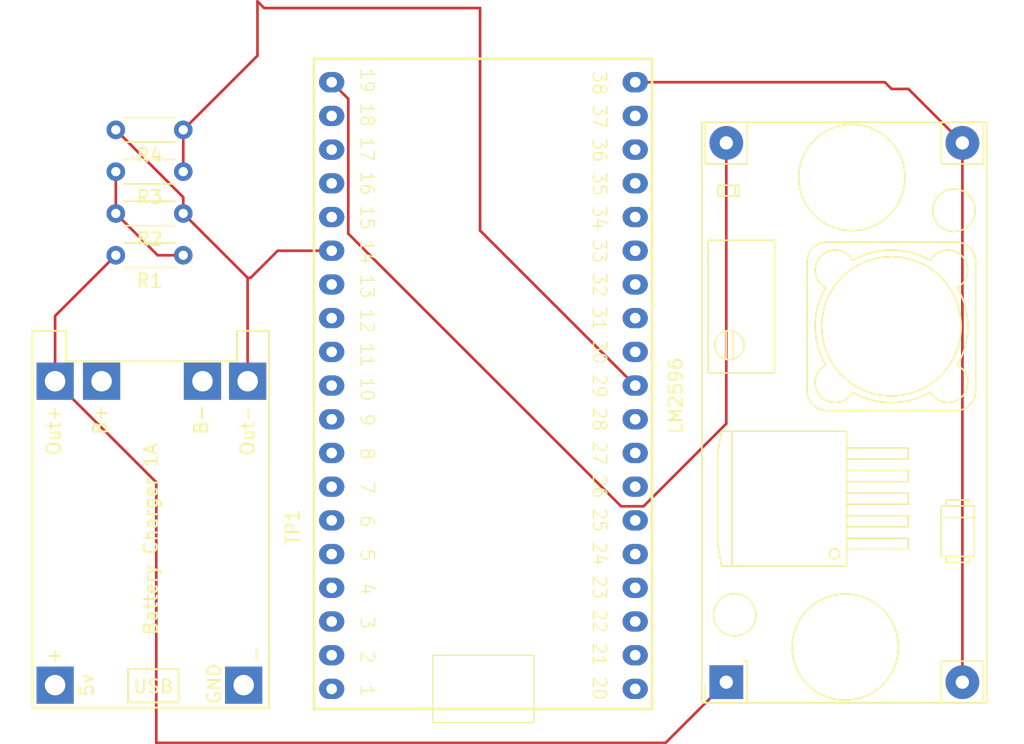
<source format=kicad_pcb>
(kicad_pcb (version 20241229) (generator "pcbnew") (generator_version "9.0")
  (layers (0 "F.Cu" signal) (2 "B.Cu" signal) (13 "F.Paste" user) (15 "B.Paste" user) (5 "F.SilkS" user "F.Silkscreen") (7 "B.SilkS" user "B.Silkscreen") (1 "F.Mask" user) (3 "B.Mask" user) (25 "Edge.Cuts" user))
  (net 0 "")
  (net 1 "Net-(LM2596-GND-Pad2)")
  (net 2 "Net-(LM2596-Vin)")
  (net 3 "Net-(R1-Pad1)")
  (net 4 "Net-(U1-GPIO5)")
  (net 5 "Net-(BT1--)")
  (net 8 "Net-(BT1-+)")
  (net 42 "Net-(LM2596-Vout)")
  (footprint "TP4056-18650-master:TP4056-18650" (layer "F.Cu") (at 162.3835 107.5845 90)
    (property "Reference" "TP1" (at 13.6 19.6 90) (layer "F.SilkS"))
    (property "Value" "~")
    (fp_line (start 28.4 0) (end 28.4 2.5) (stroke (width 0.15)) (layer "F.SilkS"))
    (fp_line (start 26.3 0) (end 28.4 0) (stroke (width 0.15)) (layer "F.SilkS"))
    (fp_line (start 0 0) (end 26.3 0) (stroke (width 0.15)) (layer "F.SilkS"))
    (fp_line (start 28.4 2.5) (end 26.1 2.5) (stroke (width 0.15)) (layer "F.SilkS"))
    (fp_line (start 26.1 2.5) (end 26.1 15.4) (stroke (width 0.15)) (layer "F.SilkS"))
    (fp_line (start 2.9 7.2) (end 2.9 11) (stroke (width 0.15)) (layer "F.SilkS"))
    (fp_line (start 0.4 7.2) (end 2.9 7.2) (stroke (width 0.15)) (layer "F.SilkS"))
    (fp_line (start 2.9 11) (end 0.4 11) (stroke (width 0.15)) (layer "F.SilkS"))
    (fp_line (start 0.4 11) (end 0.4 7.3) (stroke (width 0.15)) (layer "F.SilkS"))
    (fp_line (start 28.4 15.4) (end 28.4 15.7) (stroke (width 0.15)) (layer "F.SilkS"))
    (fp_line (start 26.3 15.4) (end 28.4 15.4) (stroke (width 0.15)) (layer "F.SilkS"))
    (fp_line (start 26.1 15.4) (end 26.4 15.4) (stroke (width 0.15)) (layer "F.SilkS"))
    (fp_line (start 28.4 15.7) (end 28.4 17.8) (stroke (width 0.15)) (layer "F.SilkS"))
    (fp_line (start 28.4 17.8) (end 0 17.8) (stroke (width 0.15)) (layer "F.SilkS"))
    (fp_line (start 0 17.8) (end 0 0) (stroke (width 0.15)) (layer "F.SilkS"))
    (fp_text user "B-" (at 21.7 12.7 90) (layer "F.SilkS"))
    (fp_text user "5v" (at 1.7 4.1 90) (layer "F.SilkS"))
    (fp_text user "Battery Charger 1A" (at 12.7 8.9 90) (layer "F.SilkS"))
    (fp_text user "GND" (at 1.8 13.7 90) (layer "F.SilkS"))
    (fp_text user "+" (at 3.9 1.6 90) (layer "F.SilkS"))
    (fp_text user "Out+" (at 20.9 1.6 90) (layer "F.SilkS"))
    (fp_text user "-" (at 4 16.8 90) (layer "F.SilkS"))
    (fp_text user "USB" (at 1.6 9.1 0) (layer "F.SilkS"))
    (fp_text user "B+" (at 21.7 5.1 90) (layer "F.SilkS"))
    (fp_text user "Out-" (at 20.9 16.2 90) (layer "F.SilkS"))
    (pad "1" thru_hole rect (at 1.7 1.7 90) (size 2.8 2.8) (drill 1.54) (layers "*.Cu" "*.Mask"))
    (pad "2" thru_hole rect (at 1.7 15.9 90) (size 2.8 2.8) (drill 1.54) (layers "*.Cu" "*.Mask"))
    (pad "3" thru_hole rect (at 24.6 1.7 90) (size 2.8 2.8) (drill 1.54) (layers "*.Cu" "*.Mask") (net 2 "Net-(LM2596-Vin)"))
    (pad "4" thru_hole rect (at 24.6 16.2 90) (size 2.8 2.8) (drill 1.54) (layers "*.Cu" "*.Mask") (net 1 "Net-(LM2596-GND-Pad2)"))
    (pad "5" thru_hole rect (at 24.6 5.2 90) (size 2.8 2.8) (drill 1.54) (layers "*.Cu" "*.Mask") (net 8 "Net-(BT1-+)"))
    (pad "6" thru_hole rect (at 24.6 12.8 90) (size 2.8 2.8) (drill 1.54) (layers "*.Cu" "*.Mask") (net 5 "Net-(BT1--)"))
  )
  (footprint "Resistor_THT:R_Axial_DIN0204_L3.6mm_D1.6mm_P5.08mm_Horizontal" (layer "F.Cu") (at 173.736 64.042 180)
    (property "Reference" "R4" (at 2.54 -1.92 0) (layer "F.SilkS"))
    (property "Value" "4K")
    (fp_line (start 0.62 0.92) (end 4.46 0.92) (stroke (width 0.12)) (layer "F.SilkS"))
    (fp_line (start 0.62 -0.92) (end 4.46 -0.92) (stroke (width 0.12)) (layer "F.SilkS"))
    (pad "1" thru_hole circle (at 0 0 180) (size 1.4 1.4) (drill 0.7) (layers "*.Cu" "*.Mask") (net 4 "Net-(U1-GPIO5)"))
    (pad "2" thru_hole oval (at 5.08 0 180) (size 1.4 1.4) (drill 0.7) (layers "*.Cu" "*.Mask") (net 1 "Net-(LM2596-GND-Pad2)"))
  )
  (footprint "Resistor_THT:R_Axial_DIN0204_L3.6mm_D1.6mm_P5.08mm_Horizontal" (layer "F.Cu") (at 173.736 67.192 180)
    (property "Reference" "R3" (at 2.54 -1.92 0) (layer "F.SilkS"))
    (property "Value" "10K")
    (fp_line (start 0.62 0.92) (end 4.46 0.92) (stroke (width 0.12)) (layer "F.SilkS"))
    (fp_line (start 0.62 -0.92) (end 4.46 -0.92) (stroke (width 0.12)) (layer "F.SilkS"))
    (pad "1" thru_hole circle (at 0 0 180) (size 1.4 1.4) (drill 0.7) (layers "*.Cu" "*.Mask") (net 4 "Net-(U1-GPIO5)"))
    (pad "2" thru_hole oval (at 5.08 0 180) (size 1.4 1.4) (drill 0.7) (layers "*.Cu" "*.Mask") (net 3 "Net-(R1-Pad1)"))
  )
  (footprint "Resistor_THT:R_Axial_DIN0204_L3.6mm_D1.6mm_P5.08mm_Horizontal" (layer "F.Cu") (at 173.736 70.342 180)
    (property "Reference" "R2" (at 2.54 -1.92 0) (layer "F.SilkS"))
    (property "Value" "1K")
    (fp_line (start 0.62 0.92) (end 4.46 0.92) (stroke (width 0.12)) (layer "F.SilkS"))
    (fp_line (start 0.62 -0.92) (end 4.46 -0.92) (stroke (width 0.12)) (layer "F.SilkS"))
    (pad "1" thru_hole circle (at 0 0 180) (size 1.4 1.4) (drill 0.7) (layers "*.Cu" "*.Mask") (net 1 "Net-(LM2596-GND-Pad2)"))
    (pad "2" thru_hole oval (at 5.08 0 180) (size 1.4 1.4) (drill 0.7) (layers "*.Cu" "*.Mask") (net 3 "Net-(R1-Pad1)"))
  )
  (footprint "Resistor_THT:R_Axial_DIN0204_L3.6mm_D1.6mm_P5.08mm_Horizontal" (layer "F.Cu") (at 173.736 73.492 180)
    (property "Reference" "R1" (at 2.54 -1.92 0) (layer "F.SilkS"))
    (property "Value" "1K")
    (fp_line (start 0.62 0.92) (end 4.46 0.92) (stroke (width 0.12)) (layer "F.SilkS"))
    (fp_line (start 0.62 -0.92) (end 4.46 -0.92) (stroke (width 0.12)) (layer "F.SilkS"))
    (pad "1" thru_hole circle (at 0 0 180) (size 1.4 1.4) (drill 0.7) (layers "*.Cu" "*.Mask") (net 3 "Net-(R1-Pad1)"))
    (pad "2" thru_hole oval (at 5.08 0 180) (size 1.4 1.4) (drill 0.7) (layers "*.Cu" "*.Mask") (net 2 "Net-(LM2596-Vin)"))
  )
  (footprint "KiCad:YAAJ_DCDC_StepDown_LM2596" (layer "F.Cu") (at 214.63 105.664 90)
    (property "Reference" "LM2596" (at 21.59 -3.81 90) (layer "F.SilkS"))
    (property "Value" "LM2596")
    (fp_line (start 42.195 -1.835) (end -1.555 -1.835) (stroke (width 0.12)) (layer "F.SilkS"))
    (fp_line (start -1.555 -1.835) (end -1.555 19.615) (stroke (width 0.12)) (layer "F.SilkS"))
    (fp_line (start 39.06 -1.58) (end 42.175 -1.58) (stroke (width 0.12)) (layer "F.SilkS"))
    (fp_line (start -1.55 -1.58) (end -0.25 -1.58) (stroke (width 0.12)) (layer "F.SilkS"))
    (fp_line (start 31.942312 -1.368705) (end 31.908357 -1.368705) (stroke (width 0.12)) (layer "F.SilkS"))
    (fp_line (start 31.858978 -1.368705) (end 31.814106 -1.368705) (stroke (width 0.12)) (layer "F.SilkS"))
    (fp_line (start 23.349783 -1.367705) (end 33.249783 -1.367705) (stroke (width 0.12)) (layer "F.SilkS"))
    (fp_line (start 33.299783 -1.317705) (end 33.299783 3.582294) (stroke (width 0.12)) (layer "F.SilkS"))
    (fp_line (start 17.260233 -0.653329) (end 18.910233 -0.36239) (stroke (width 0.12)) (layer "F.SilkS"))
    (fp_line (start 10.400233 -0.653329) (end 17.260233 -0.653329) (stroke (width 0.12)) (layer "F.SilkS"))
    (fp_line (start 37.448681 -0.619704) (end 36.648681 -0.619704) (stroke (width 0.12)) (layer "F.SilkS"))
    (fp_line (start 37.448681 -0.619704) (end 37.448681 0.980295) (stroke (width 0.12)) (layer "F.SilkS"))
    (fp_line (start 8.750233 -0.36239) (end 10.400233 -0.653329) (stroke (width 0.12)) (layer "F.SilkS"))
    (fp_line (start 36.648681 -0.299704) (end 37.448681 -0.299704) (stroke (width 0.12)) (layer "F.SilkS"))
    (fp_line (start 24.336385 -0.0491) (end 24.360553 -0.017705) (stroke (width 0.12)) (layer "F.SilkS"))
    (fp_line (start 26.439014 -0.017705) (end 24.360553 -0.017705) (stroke (width 0.12)) (layer "F.SilkS"))
    (fp_line (start 24.348594 0.007294) (end 24.355764 -0.023925) (stroke (width 0.12)) (layer "F.SilkS"))
    (fp_line (start 24.348594 0.007294) (end 24.360553 -0.017705) (stroke (width 0.12)) (layer "F.SilkS"))
    (fp_line (start 24.348594 0.007294) (end 24.324147 0.002062) (stroke (width 0.12)) (layer "F.SilkS"))
    (fp_line (start 18.910233 0.42667) (end 8.750233 0.42667) (stroke (width 0.12)) (layer "F.SilkS"))
    (fp_line (start 24.360553 0.482294) (end 26.439014 0.482294) (stroke (width 0.12)) (layer "F.SilkS"))
    (fp_line (start 37.448681 0.660295) (end 36.648681 0.660295) (stroke (width 0.12)) (layer "F.SilkS"))
    (fp_line (start 37.448681 0.980295) (end 36.648681 0.980295) (stroke (width 0.12)) (layer "F.SilkS"))
    (fp_line (start 36.648681 0.980295) (end 36.648681 -0.619704) (stroke (width 0.12)) (layer "F.SilkS"))
    (fp_line (start 8.749233 1.004149) (end 8.749233 1.165687) (stroke (width 0.12)) (layer "F.SilkS"))
    (fp_line (start 1.58 1.27) (end 1.58 1.58) (stroke (width 0.12)) (layer "F.SilkS"))
    (fp_line (start -1.55 1.575) (end 1.58 1.58) (stroke (width 0.12)) (layer "F.SilkS"))
    (fp_line (start 39.06 1.58) (end 39.06 -1.58) (stroke (width 0.12)) (layer "F.SilkS"))
    (fp_line (start 39.06 1.58) (end 42.22 1.58) (stroke (width 0.12)) (layer "F.SilkS"))
    (fp_line (start 23.299783 3.582294) (end 23.299783 -1.317705) (stroke (width 0.12)) (layer "F.SilkS"))
    (fp_line (start 33.249783 3.632294) (end 23.349783 3.632294) (stroke (width 0.12)) (layer "F.SilkS"))
    (fp_line (start 31.667397 6.085796) (end 21.967397 6.085796) (stroke (width 0.12)) (layer "F.SilkS"))
    (fp_line (start 20.467397 7.585796) (end 20.467397 17.285796) (stroke (width 0.12)) (layer "F.SilkS"))
    (fp_line (start 18.910233 8.989106) (end 18.910233 -0.36239) (stroke (width 0.12)) (layer "F.SilkS"))
    (fp_line (start 8.750233 8.989106) (end 8.750233 -0.36239) (stroke (width 0.12)) (layer "F.SilkS"))
    (fp_line (start 8.750233 8.989106) (end 8.827797 9.06667) (stroke (width 0.12)) (layer "F.SilkS"))
    (fp_line (start 18.83267 9.06667) (end 18.910233 8.989106) (stroke (width 0.12)) (layer "F.SilkS"))
    (fp_line (start 8.827797 9.06667) (end 18.83267 9.06667) (stroke (width 0.12)) (layer "F.SilkS"))
    (fp_line (start 17.650233 13.69667) (end 17.650233 9.06667) (stroke (width 0.12)) (layer "F.SilkS"))
    (fp_line (start 16.810233 13.69667) (end 16.810233 9.06667) (stroke (width 0.12)) (layer "F.SilkS"))
    (fp_line (start 16.810233 13.69667) (end 17.650233 13.69667) (stroke (width 0.12)) (layer "F.SilkS"))
    (fp_line (start 15.950233 13.69667) (end 15.950233 9.06667) (stroke (width 0.12)) (layer "F.SilkS"))
    (fp_line (start 15.110233 13.69667) (end 15.110233 9.06667) (stroke (width 0.12)) (layer "F.SilkS"))
    (fp_line (start 15.110233 13.69667) (end 15.950233 13.69667) (stroke (width 0.12)) (layer "F.SilkS"))
    (fp_line (start 14.250233 13.69667) (end 14.250233 9.06667) (stroke (width 0.12)) (layer "F.SilkS"))
    (fp_line (start 13.410233 13.69667) (end 13.410233 9.06667) (stroke (width 0.12)) (layer "F.SilkS"))
    (fp_line (start 13.410233 13.69667) (end 14.250233 13.69667) (stroke (width 0.12)) (layer "F.SilkS"))
    (fp_line (start 12.550233 13.69667) (end 12.550233 9.06667) (stroke (width 0.12)) (layer "F.SilkS"))
    (fp_line (start 11.710233 13.69667) (end 11.710233 9.06667) (stroke (width 0.12)) (layer "F.SilkS"))
    (fp_line (start 11.710233 13.69667) (end 12.550233 13.69667) (stroke (width 0.12)) (layer "F.SilkS"))
    (fp_line (start 10.850233 13.69667) (end 10.850233 9.06667) (stroke (width 0.12)) (layer "F.SilkS"))
    (fp_line (start 10.010233 13.69667) (end 10.010233 9.06667) (stroke (width 0.12)) (layer "F.SilkS"))
    (fp_line (start 10.010233 13.69667) (end 10.850233 13.69667) (stroke (width 0.12)) (layer "F.SilkS"))
    (fp_line (start 9.581636 16.183217) (end 13.181636 16.183217) (stroke (width 0.12)) (layer "F.SilkS"))
    (fp_line (start 39.06 16.2) (end 42.175 16.2) (stroke (width 0.12)) (layer "F.SilkS"))
    (fp_line (start 1.58 16.2) (end 1.58 19.36) (stroke (width 0.12)) (layer "F.SilkS"))
    (fp_line (start -1.55 16.2) (end 1.58 16.2) (stroke (width 0.12)) (layer "F.SilkS"))
    (fp_line (start 13.281636 16.283217) (end 13.281636 18.583217) (stroke (width 0.12)) (layer "F.SilkS"))
    (fp_line (start 12.411358 16.283217) (end 12.411358 18.583217) (stroke (width 0.12)) (layer "F.SilkS"))
    (fp_line (start 13.731636 16.558217) (end 13.731636 18.308217) (stroke (width 0.12)) (layer "F.SilkS"))
    (fp_line (start 13.281636 16.558217) (end 13.731636 16.558217) (stroke (width 0.12)) (layer "F.SilkS"))
    (fp_line (start 9.031636 16.558217) (end 9.481636 16.558217) (stroke (width 0.12)) (layer "F.SilkS"))
    (fp_line (start 13.282636 16.794696) (end 13.282636 16.700144) (stroke (width 0.12)) (layer "F.SilkS"))
    (fp_line (start 33.167397 17.285796) (end 33.167397 7.585796) (stroke (width 0.12)) (layer "F.SilkS"))
    (fp_line (start 13.731636 18.308217) (end 13.281636 18.308217) (stroke (width 0.12)) (layer "F.SilkS"))
    (fp_line (start 9.481636 18.308217) (end 9.031636 18.308217) (stroke (width 0.12)) (layer "F.SilkS"))
    (fp_line (start 9.031636 18.308217) (end 9.031636 16.558217) (stroke (width 0.12)) (layer "F.SilkS"))
    (fp_line (start 9.481636 18.583217) (end 9.481636 16.283217) (stroke (width 0.12)) (layer "F.SilkS"))
    (fp_line (start 13.181636 18.683217) (end 9.581636 18.683217) (stroke (width 0.12)) (layer "F.SilkS"))
    (fp_line (start 21.967397 18.785796) (end 31.667397 18.785796) (stroke (width 0.12)) (layer "F.SilkS"))
    (fp_line (start 39.06 19.36) (end 39.06 16.2) (stroke (width 0.12)) (layer "F.SilkS"))
    (fp_line (start 39.06 19.36) (end 42.175 19.36) (stroke (width 0.12)) (layer "F.SilkS"))
    (fp_line (start -1.55 19.36) (end 1.58 19.36) (stroke (width 0.12)) (layer "F.SilkS"))
    (fp_line (start 42.195 19.615) (end 42.195 -1.835) (stroke (width 0.12)) (layer "F.SilkS"))
    (fp_line (start -1.555 19.615) (end 42.195 19.615) (stroke (width 0.12)) (layer "F.SilkS"))
    (fp_arc (start 33.249783 -1.367705) (mid 33.285138 -1.35306) (end 33.299783 -1.317705) (stroke (width 0.12)) (layer "F.SilkS"))
    (fp_arc (start 23.299783 -1.317705) (mid 23.314428 -1.35306) (end 23.349783 -1.367705) (stroke (width 0.12)) (layer "F.SilkS"))
    (fp_arc (start 24.324148 0.462527) (mid 26.469605 -0.023594) (end 24.336385 0.51369) (stroke (width 0.12)) (layer "F.SilkS"))
    (fp_arc (start 33.299783 3.582294) (mid 33.285138 3.617649) (end 33.249783 3.632294) (stroke (width 0.12)) (layer "F.SilkS"))
    (fp_arc (start 23.349783 3.632294) (mid 23.314428 3.617649) (end 23.299783 3.582294) (stroke (width 0.12)) (layer "F.SilkS"))
    (fp_arc (start 31.667397 6.085796) (mid 32.728057 6.525136) (end 33.167397 7.585796) (stroke (width 0.12)) (layer "F.SilkS"))
    (fp_arc (start 29.787183 7.399531) (mid 29.726949 7.443544) (end 29.653011 7.433617) (stroke (width 0.12)) (layer "F.SilkS"))
    (fp_arc (start 29.787183 7.399531) (mid 32.120699 7.132496) (end 31.853662 9.466011) (stroke (width 0.12)) (layer "F.SilkS"))
    (fp_arc (start 23.981784 7.433617) (mid 26.817397 6.685796) (end 29.653011 7.433617) (stroke (width 0.12)) (layer "F.SilkS"))
    (fp_arc (start 23.981783 7.433617) (mid 23.907845 7.443544) (end 23.847611 7.399531) (stroke (width 0.12)) (layer "F.SilkS"))
    (fp_arc (start 20.467397 7.585796) (mid 20.906737 6.525136) (end 21.967397 6.085796) (stroke (width 0.12)) (layer "F.SilkS"))
    (fp_arc (start 21.781131 9.46601) (mid 21.825145 9.526245) (end 21.815218 9.600183) (stroke (width 0.12)) (layer "F.SilkS"))
    (fp_arc (start 21.781132 9.466011) (mid 21.514096 7.132496) (end 23.847611 7.399531) (stroke (width 0.12)) (layer "F.SilkS"))
    (fp_arc (start 31.819576 9.600183) (mid 32.567397 12.435796) (end 31.819576 15.27141) (stroke (width 0.12)) (layer "F.SilkS"))
    (fp_arc (start 31.819577 9.600184) (mid 31.809649 9.526246) (end 31.853662 9.466011) (stroke (width 0.12)) (layer "F.SilkS"))
    (fp_arc (start 21.815217 15.271409) (mid 21.825145 15.345347) (end 21.781132 15.405582) (stroke (width 0.12)) (layer "F.SilkS"))
    (fp_arc (start 21.815218 15.27141) (mid 21.067397 12.435796) (end 21.815218 9.600183) (stroke (width 0.12)) (layer "F.SilkS"))
    (fp_arc (start 31.853662 15.405582) (mid 32.120698 17.739097) (end 29.787183 17.472062) (stroke (width 0.12)) (layer "F.SilkS"))
    (fp_arc (start 31.853663 15.405583) (mid 31.809649 15.345348) (end 31.819576 15.27141) (stroke (width 0.12)) (layer "F.SilkS"))
    (fp_arc (start 13.181636 16.183217) (mid 13.252347 16.212506) (end 13.281636 16.283217) (stroke (width 0.12)) (layer "F.SilkS"))
    (fp_arc (start 9.481636 16.283217) (mid 9.510925 16.212506) (end 9.581636 16.183217) (stroke (width 0.12)) (layer "F.SilkS"))
    (fp_arc (start 33.167397 17.285796) (mid 32.728057 18.346456) (end 31.667397 18.785796) (stroke (width 0.12)) (layer "F.SilkS"))
    (fp_arc (start 29.653011 17.437976) (mid 26.817397 18.185797) (end 23.981783 17.437976) (stroke (width 0.12)) (layer "F.SilkS"))
    (fp_arc (start 29.653011 17.437976) (mid 29.726949 17.428049) (end 29.787183 17.472062) (stroke (width 0.12)) (layer "F.SilkS"))
    (fp_arc (start 23.847611 17.472062) (mid 21.514095 17.739097) (end 21.781132 15.405582) (stroke (width 0.12)) (layer "F.SilkS"))
    (fp_arc (start 23.847611 17.472062) (mid 23.907845 17.428049) (end 23.981783 17.437976) (stroke (width 0.12)) (layer "F.SilkS"))
    (fp_arc (start 13.281636 18.583217) (mid 13.252347 18.653928) (end 13.181636 18.683217) (stroke (width 0.12)) (layer "F.SilkS"))
    (fp_arc (start 9.581636 18.683217) (mid 9.510925 18.653928) (end 9.481636 18.583217) (stroke (width 0.12)) (layer "F.SilkS"))
    (fp_arc (start 21.967397 18.785796) (mid 20.906737 18.346456) (end 20.467397 17.285796) (stroke (width 0.12)) (layer "F.SilkS"))
    (fp_circle (center 5.08 0.635) (end 6.678999 0.635) (stroke (width 0.12)) (fill no) (layer "F.SilkS"))
    (fp_circle (center 9.673179 8.154594) (end 10.048179 8.154594) (stroke (width 0.12)) (fill no) (layer "F.SilkS"))
    (fp_circle (center 2.646666 8.957418) (end 6.646666 8.957418) (stroke (width 0.12)) (fill no) (layer "F.SilkS"))
    (fp_circle (center 38.029307 9.455206) (end 42.029307 9.455206) (stroke (width 0.12)) (fill no) (layer "F.SilkS"))
    (fp_circle (center 26.817397 12.435796) (end 32.067397 12.435796) (stroke (width 0.12)) (fill no) (layer "F.SilkS"))
    (fp_circle (center 35.56 17.145) (end 37.159 17.145) (stroke (width 0.12)) (fill no) (layer "F.SilkS"))
    (pad "1" thru_hole rect (at 0 0 90) (size 2.54 2.54) (drill 1) (layers "*.Cu" "*.Mask") (net 2 "Net-(LM2596-Vin)"))
    (pad "2" thru_hole circle (at 0 17.78 90) (size 2.54 2.54) (drill 1) (layers "*.Cu" "*.Mask") (net 1 "Net-(LM2596-GND-Pad2)"))
    (pad "3" thru_hole circle (at 40.64 17.78 90) (size 2.54 2.54) (drill 1) (layers "*.Cu" "*.Mask") (net 1 "Net-(LM2596-GND-Pad2)"))
    (pad "4" thru_hole circle (at 40.64 0 90) (size 2.54 2.54) (drill 1) (layers "*.Cu" "*.Mask") (net 42 "Net-(LM2596-Vout)"))
  )
  (footprint "ESP32_Footprints:ESP32_38pin" (layer "F.Cu") (at 196.342 83.312 -90)
    (property "Reference" "U1" (hide yes))
    (property "Value" "ESP32-DevKitC")
    (fp_rect (start 20.32 -3.81) (end 25.4 3.81) (stroke (width 0.1)) (fill no) (layer "F.SilkS"))
    (fp_rect (start -24.635115 -12.7) (end 24.356187 12.751297) (stroke (width 0.2)) (fill no) (layer "F.SilkS"))
    (fp_text user "  9  8  7  6  5  4  3  2  1" (at 0.457924 9.331599 270) (layer "F.SilkS") (effects (font (size 1 1.03) (thickness 0.1)) (justify left bottom)))
    (fp_text user "38 37 36 35 34 33 32 31 30 29 28 27 26 25 24 23 22 21 20" (at -23.767942 -8.154289 270) (layer "F.SilkS") (effects (font (size 1 0.95) (thickness 0.1)) (justify left bottom)))
    (fp_text user "19 18 17 16 15 14 13 12 11 10" (at -23.986738 9.343109 270) (layer "F.SilkS") (effects (font (size 1 0.97) (thickness 0.1)) (justify left bottom)))
    (pad "1" thru_hole oval (at 22.86 11.43 270) (size 1.524 1.9) (drill 0.8) (layers "*.Cu" "*.Mask"))
    (pad "2" thru_hole oval (at 20.32 11.43 270) (size 1.524 1.9) (drill 0.8) (layers "*.Cu" "*.Mask"))
    (pad "3" thru_hole oval (at 17.78 11.43 270) (size 1.524 1.9) (drill 0.8) (layers "*.Cu" "*.Mask"))
    (pad "4" thru_hole oval (at 15.24 11.43 270) (size 1.524 1.9) (drill 0.8) (layers "*.Cu" "*.Mask"))
    (pad "5" thru_hole oval (at 12.7 11.43 270) (size 1.524 1.9) (drill 0.8) (layers "*.Cu" "*.Mask"))
    (pad "6" thru_hole oval (at 10.16 11.43 270) (size 1.524 1.9) (drill 0.8) (layers "*.Cu" "*.Mask"))
    (pad "7" thru_hole oval (at 7.62 11.43 270) (size 1.524 1.9) (drill 0.8) (layers "*.Cu" "*.Mask"))
    (pad "8" thru_hole oval (at 5.08 11.43 270) (size 1.524 1.9) (drill 0.8) (layers "*.Cu" "*.Mask"))
    (pad "9" thru_hole oval (at 2.54 11.43 270) (size 1.524 1.9) (drill 0.8) (layers "*.Cu" "*.Mask"))
    (pad "10" thru_hole oval (at 0 11.43 270) (size 1.524 1.9) (drill 0.8) (layers "*.Cu" "*.Mask"))
    (pad "11" thru_hole oval (at -2.54 11.43 270) (size 1.524 1.9) (drill 0.8) (layers "*.Cu" "*.Mask"))
    (pad "12" thru_hole oval (at -5.08 11.43 270) (size 1.524 1.9) (drill 0.8) (layers "*.Cu" "*.Mask"))
    (pad "13" thru_hole oval (at -7.62 11.43 270) (size 1.524 1.9) (drill 0.8) (layers "*.Cu" "*.Mask"))
    (pad "14" thru_hole oval (at -10.16 11.43 270) (size 1.524 1.9) (drill 0.8) (layers "*.Cu" "*.Mask") (net 1 "Net-(LM2596-GND-Pad2)"))
    (pad "15" thru_hole oval (at -12.7 11.43 270) (size 1.524 1.9) (drill 0.8) (layers "*.Cu" "*.Mask"))
    (pad "16" thru_hole oval (at -15.24 11.43 270) (size 1.524 1.9) (drill 0.8) (layers "*.Cu" "*.Mask"))
    (pad "17" thru_hole oval (at -17.78 11.43 270) (size 1.524 1.9) (drill 0.8) (layers "*.Cu" "*.Mask"))
    (pad "18" thru_hole oval (at -20.32 11.43 270) (size 1.524 1.9) (drill 0.8) (layers "*.Cu" "*.Mask"))
    (pad "19" thru_hole oval (at -22.86 11.43 270) (size 1.524 1.9) (drill 0.8) (layers "*.Cu" "*.Mask") (net 42 "Net-(LM2596-Vout)"))
    (pad "20" thru_hole oval (at 22.86 -11.43 270) (size 1.524 1.9) (drill 0.8) (layers "*.Cu" "*.Mask"))
    (pad "21" thru_hole oval (at 20.32 -11.43 270) (size 1.524 1.9) (drill 0.8) (layers "*.Cu" "*.Mask"))
    (pad "22" thru_hole oval (at 17.78 -11.43 270) (size 1.524 1.9) (drill 0.8) (layers "*.Cu" "*.Mask"))
    (pad "23" thru_hole oval (at 15.24 -11.43 270) (size 1.524 1.9) (drill 0.8) (layers "*.Cu" "*.Mask"))
    (pad "24" thru_hole oval (at 12.7 -11.43 270) (size 1.524 1.9) (drill 0.8) (layers "*.Cu" "*.Mask"))
    (pad "25" thru_hole oval (at 10.16 -11.43 270) (size 1.524 1.9) (drill 0.8) (layers "*.Cu" "*.Mask"))
    (pad "26" thru_hole oval (at 7.62 -11.43 270) (size 1.524 1.9) (drill 0.8) (layers "*.Cu" "*.Mask"))
    (pad "27" thru_hole oval (at 5.08 -11.43 270) (size 1.524 1.9) (drill 0.8) (layers "*.Cu" "*.Mask"))
    (pad "28" thru_hole oval (at 2.54 -11.43 270) (size 1.524 1.9) (drill 0.8) (layers "*.Cu" "*.Mask"))
    (pad "29" thru_hole oval (at 0 -11.43 270) (size 1.524 1.9) (drill 0.8) (layers "*.Cu" "*.Mask") (net 4 "Net-(U1-GPIO5)"))
    (pad "30" thru_hole oval (at -2.54 -11.43 270) (size 1.524 1.9) (drill 0.8) (layers "*.Cu" "*.Mask"))
    (pad "31" thru_hole oval (at -5.08 -11.43 270) (size 1.524 1.9) (drill 0.8) (layers "*.Cu" "*.Mask"))
    (pad "32" thru_hole oval (at -7.62 -11.43 270) (size 1.524 1.9) (drill 0.8) (layers "*.Cu" "*.Mask") (net 1 "Net-(LM2596-GND-Pad2)"))
    (pad "33" thru_hole oval (at -10.16 -11.43 270) (size 1.524 1.9) (drill 0.8) (layers "*.Cu" "*.Mask"))
    (pad "34" thru_hole oval (at -12.7 -11.43 270) (size 1.524 1.9) (drill 0.8) (layers "*.Cu" "*.Mask"))
    (pad "35" thru_hole oval (at -15.24 -11.43 270) (size 1.524 1.9) (drill 0.8) (layers "*.Cu" "*.Mask"))
    (pad "36" thru_hole oval (at -17.78 -11.43 270) (size 1.524 1.9) (drill 0.8) (layers "*.Cu" "*.Mask"))
    (pad "37" thru_hole oval (at -20.32 -11.43 270) (size 1.524 1.9) (drill 0.8) (layers "*.Cu" "*.Mask"))
    (pad "38" thru_hole oval (at -22.86 -11.43 270) (size 1.524 1.9) (drill 0.8) (layers "*.Cu" "*.Mask") (net 1 "Net-(LM2596-GND-Pad2)"))
  )
  (segment (start 227.076 60.96) (end 226.568 60.452) (width 0.2) (layer "F.Cu") (net 1))
  (segment (start 173.736 70.342) (end 178.5835 75.1895) (width 0.2) (layer "F.Cu") (net 1))
  (segment (start 232.41 65.024) (end 228.346 60.96) (width 0.2) (layer "F.Cu") (net 1))
  (segment (start 178.5835 75.1895) (end 178.5835 82.9845) (width 0.2) (layer "F.Cu") (net 1))
  (segment (start 178.5835 75.1895) (end 178.8105 75.1895) (width 0.2) (layer "F.Cu") (net 1))
  (segment (start 232.41 105.664) (end 232.41 65.024) (width 0.2) (layer "F.Cu") (net 1))
  (segment (start 173.736 69.122) (end 168.656 64.042) (width 0.2) (layer "F.Cu") (net 1))
  (segment (start 226.568 60.452) (end 207.772 60.452) (width 0.2) (layer "F.Cu") (net 1))
  (segment (start 173.736 70.342) (end 173.736 69.122) (width 0.2) (layer "F.Cu") (net 1))
  (segment (start 228.346 60.96) (end 227.076 60.96) (width 0.2) (layer "F.Cu") (net 1))
  (segment (start 178.8105 75.1895) (end 180.848 73.152) (width 0.2) (layer "F.Cu") (net 1))
  (segment (start 180.848 73.152) (end 184.912 73.152) (width 0.2) (layer "F.Cu") (net 1))
  (segment (start 164.0835 78.0645) (end 168.656 73.492) (width 0.2) (layer "F.Cu") (net 2))
  (segment (start 164.0835 82.9845) (end 171.704 90.605) (width 0.2) (layer "F.Cu") (net 2))
  (segment (start 164.0835 82.9845) (end 164.0835 78.0645) (width 0.2) (layer "F.Cu") (net 2))
  (segment (start 210.058 110.236) (end 214.63 105.664) (width 0.2) (layer "F.Cu") (net 2))
  (segment (start 171.704 90.605) (end 171.704 110.236) (width 0.2) (layer "F.Cu") (net 2))
  (segment (start 171.704 110.236) (end 210.058 110.236) (width 0.2) (layer "F.Cu") (net 2))
  (segment (start 168.656 70.342) (end 168.656 67.192) (width 0.2) (layer "F.Cu") (net 3))
  (segment (start 173.736 73.492) (end 171.806 73.492) (width 0.2) (layer "F.Cu") (net 3))
  (segment (start 171.806 73.492) (end 168.656 70.342) (width 0.2) (layer "F.Cu") (net 3))
  (segment (start 179.832 54.864) (end 196.088 54.864) (width 0.2) (layer "F.Cu") (net 4))
  (segment (start 196.088 71.628) (end 207.772 83.312) (width 0.2) (layer "F.Cu") (net 4))
  (segment (start 179.324 58.454) (end 179.324 54.356) (width 0.2) (layer "F.Cu") (net 4))
  (segment (start 173.736 67.192) (end 173.736 64.042) (width 0.2) (layer "F.Cu") (net 4))
  (segment (start 179.324 54.356) (end 179.832 54.864) (width 0.2) (layer "F.Cu") (net 4))
  (segment (start 196.088 54.864) (end 196.088 71.628) (width 0.2) (layer "F.Cu") (net 4))
  (segment (start 173.736 64.042) (end 179.324 58.454) (width 0.2) (layer "F.Cu") (net 4))
  (segment (start 208.400309 92.409) (end 206.709 92.409) (width 0.2) (layer "F.Cu") (net 42))
  (segment (start 186.163 61.703) (end 184.912 60.452) (width 0.2) (layer "F.Cu") (net 42))
  (segment (start 214.63 65.024) (end 214.63 86.179309) (width 0.2) (layer "F.Cu") (net 42))
  (segment (start 186.163 71.863) (end 186.163 61.703) (width 0.2) (layer "F.Cu") (net 42))
  (segment (start 214.63 86.179309) (end 208.400309 92.409) (width 0.2) (layer "F.Cu") (net 42))
  (segment (start 206.709 92.409) (end 186.163 71.863) (width 0.2) (layer "F.Cu") (net 42))
)
</source>
